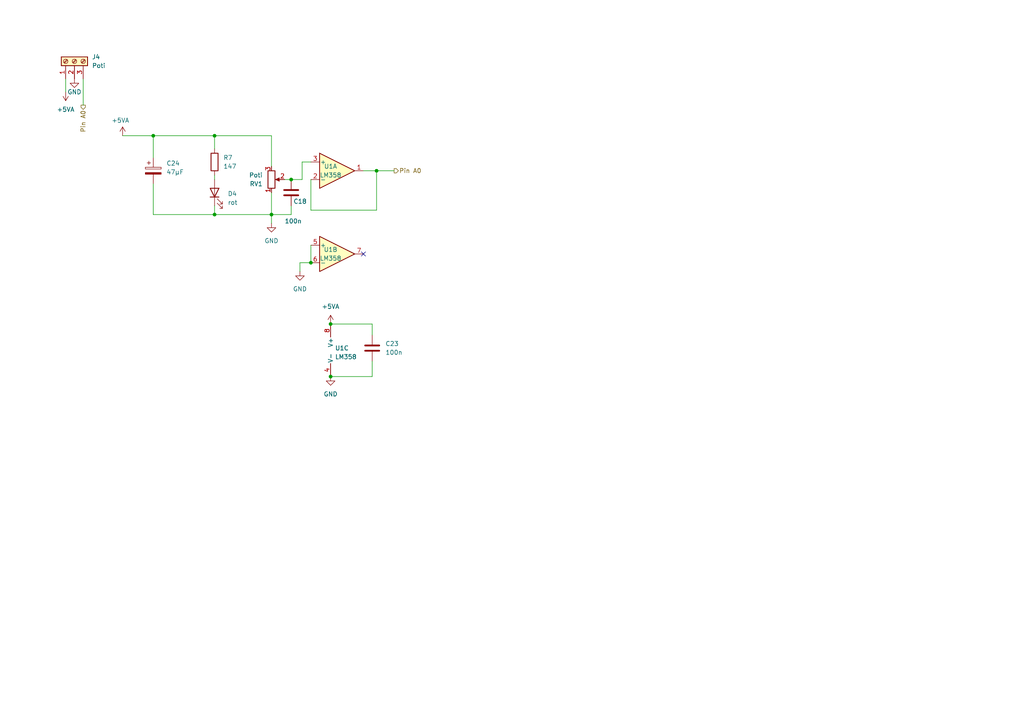
<source format=kicad_sch>
(kicad_sch (version 20230121) (generator eeschema)

  (uuid caa80b50-4970-43d8-bb5c-6d4903f02714)

  (paper "A4")

  (lib_symbols
    (symbol "Amplifier_Operational:LM358" (pin_names (offset 0.127)) (in_bom yes) (on_board yes)
      (property "Reference" "U" (at 0 5.08 0)
        (effects (font (size 1.27 1.27)) (justify left))
      )
      (property "Value" "LM358" (at 0 -5.08 0)
        (effects (font (size 1.27 1.27)) (justify left))
      )
      (property "Footprint" "" (at 0 0 0)
        (effects (font (size 1.27 1.27)) hide)
      )
      (property "Datasheet" "http://www.ti.com/lit/ds/symlink/lm2904-n.pdf" (at 0 0 0)
        (effects (font (size 1.27 1.27)) hide)
      )
      (property "ki_locked" "" (at 0 0 0)
        (effects (font (size 1.27 1.27)))
      )
      (property "ki_keywords" "dual opamp" (at 0 0 0)
        (effects (font (size 1.27 1.27)) hide)
      )
      (property "ki_description" "Low-Power, Dual Operational Amplifiers, DIP-8/SOIC-8/TO-99-8" (at 0 0 0)
        (effects (font (size 1.27 1.27)) hide)
      )
      (property "ki_fp_filters" "SOIC*3.9x4.9mm*P1.27mm* DIP*W7.62mm* TO*99* OnSemi*Micro8* TSSOP*3x3mm*P0.65mm* TSSOP*4.4x3mm*P0.65mm* MSOP*3x3mm*P0.65mm* SSOP*3.9x4.9mm*P0.635mm* LFCSP*2x2mm*P0.5mm* *SIP* SOIC*5.3x6.2mm*P1.27mm*" (at 0 0 0)
        (effects (font (size 1.27 1.27)) hide)
      )
      (symbol "LM358_1_1"
        (polyline
          (pts
            (xy -5.08 5.08)
            (xy 5.08 0)
            (xy -5.08 -5.08)
            (xy -5.08 5.08)
          )
          (stroke (width 0.254) (type default))
          (fill (type background))
        )
        (pin output line (at 7.62 0 180) (length 2.54)
          (name "~" (effects (font (size 1.27 1.27))))
          (number "1" (effects (font (size 1.27 1.27))))
        )
        (pin input line (at -7.62 -2.54 0) (length 2.54)
          (name "-" (effects (font (size 1.27 1.27))))
          (number "2" (effects (font (size 1.27 1.27))))
        )
        (pin input line (at -7.62 2.54 0) (length 2.54)
          (name "+" (effects (font (size 1.27 1.27))))
          (number "3" (effects (font (size 1.27 1.27))))
        )
      )
      (symbol "LM358_2_1"
        (polyline
          (pts
            (xy -5.08 5.08)
            (xy 5.08 0)
            (xy -5.08 -5.08)
            (xy -5.08 5.08)
          )
          (stroke (width 0.254) (type default))
          (fill (type background))
        )
        (pin input line (at -7.62 2.54 0) (length 2.54)
          (name "+" (effects (font (size 1.27 1.27))))
          (number "5" (effects (font (size 1.27 1.27))))
        )
        (pin input line (at -7.62 -2.54 0) (length 2.54)
          (name "-" (effects (font (size 1.27 1.27))))
          (number "6" (effects (font (size 1.27 1.27))))
        )
        (pin output line (at 7.62 0 180) (length 2.54)
          (name "~" (effects (font (size 1.27 1.27))))
          (number "7" (effects (font (size 1.27 1.27))))
        )
      )
      (symbol "LM358_3_1"
        (pin power_in line (at -2.54 -7.62 90) (length 3.81)
          (name "V-" (effects (font (size 1.27 1.27))))
          (number "4" (effects (font (size 1.27 1.27))))
        )
        (pin power_in line (at -2.54 7.62 270) (length 3.81)
          (name "V+" (effects (font (size 1.27 1.27))))
          (number "8" (effects (font (size 1.27 1.27))))
        )
      )
    )
    (symbol "Connector:Screw_Terminal_01x03" (pin_names (offset 1.016) hide) (in_bom yes) (on_board yes)
      (property "Reference" "J" (at 0 5.08 0)
        (effects (font (size 1.27 1.27)))
      )
      (property "Value" "Screw_Terminal_01x03" (at 0 -5.08 0)
        (effects (font (size 1.27 1.27)))
      )
      (property "Footprint" "" (at 0 0 0)
        (effects (font (size 1.27 1.27)) hide)
      )
      (property "Datasheet" "~" (at 0 0 0)
        (effects (font (size 1.27 1.27)) hide)
      )
      (property "ki_keywords" "screw terminal" (at 0 0 0)
        (effects (font (size 1.27 1.27)) hide)
      )
      (property "ki_description" "Generic screw terminal, single row, 01x03, script generated (kicad-library-utils/schlib/autogen/connector/)" (at 0 0 0)
        (effects (font (size 1.27 1.27)) hide)
      )
      (property "ki_fp_filters" "TerminalBlock*:*" (at 0 0 0)
        (effects (font (size 1.27 1.27)) hide)
      )
      (symbol "Screw_Terminal_01x03_1_1"
        (rectangle (start -1.27 3.81) (end 1.27 -3.81)
          (stroke (width 0.254) (type default))
          (fill (type background))
        )
        (circle (center 0 -2.54) (radius 0.635)
          (stroke (width 0.1524) (type default))
          (fill (type none))
        )
        (polyline
          (pts
            (xy -0.5334 -2.2098)
            (xy 0.3302 -3.048)
          )
          (stroke (width 0.1524) (type default))
          (fill (type none))
        )
        (polyline
          (pts
            (xy -0.5334 0.3302)
            (xy 0.3302 -0.508)
          )
          (stroke (width 0.1524) (type default))
          (fill (type none))
        )
        (polyline
          (pts
            (xy -0.5334 2.8702)
            (xy 0.3302 2.032)
          )
          (stroke (width 0.1524) (type default))
          (fill (type none))
        )
        (polyline
          (pts
            (xy -0.3556 -2.032)
            (xy 0.508 -2.8702)
          )
          (stroke (width 0.1524) (type default))
          (fill (type none))
        )
        (polyline
          (pts
            (xy -0.3556 0.508)
            (xy 0.508 -0.3302)
          )
          (stroke (width 0.1524) (type default))
          (fill (type none))
        )
        (polyline
          (pts
            (xy -0.3556 3.048)
            (xy 0.508 2.2098)
          )
          (stroke (width 0.1524) (type default))
          (fill (type none))
        )
        (circle (center 0 0) (radius 0.635)
          (stroke (width 0.1524) (type default))
          (fill (type none))
        )
        (circle (center 0 2.54) (radius 0.635)
          (stroke (width 0.1524) (type default))
          (fill (type none))
        )
        (pin passive line (at -5.08 2.54 0) (length 3.81)
          (name "Pin_1" (effects (font (size 1.27 1.27))))
          (number "1" (effects (font (size 1.27 1.27))))
        )
        (pin passive line (at -5.08 0 0) (length 3.81)
          (name "Pin_2" (effects (font (size 1.27 1.27))))
          (number "2" (effects (font (size 1.27 1.27))))
        )
        (pin passive line (at -5.08 -2.54 0) (length 3.81)
          (name "Pin_3" (effects (font (size 1.27 1.27))))
          (number "3" (effects (font (size 1.27 1.27))))
        )
      )
    )
    (symbol "Device:C" (pin_numbers hide) (pin_names (offset 0.254)) (in_bom yes) (on_board yes)
      (property "Reference" "C" (at 0.635 2.54 0)
        (effects (font (size 1.27 1.27)) (justify left))
      )
      (property "Value" "C" (at 0.635 -2.54 0)
        (effects (font (size 1.27 1.27)) (justify left))
      )
      (property "Footprint" "" (at 0.9652 -3.81 0)
        (effects (font (size 1.27 1.27)) hide)
      )
      (property "Datasheet" "~" (at 0 0 0)
        (effects (font (size 1.27 1.27)) hide)
      )
      (property "ki_keywords" "cap capacitor" (at 0 0 0)
        (effects (font (size 1.27 1.27)) hide)
      )
      (property "ki_description" "Unpolarized capacitor" (at 0 0 0)
        (effects (font (size 1.27 1.27)) hide)
      )
      (property "ki_fp_filters" "C_*" (at 0 0 0)
        (effects (font (size 1.27 1.27)) hide)
      )
      (symbol "C_0_1"
        (polyline
          (pts
            (xy -2.032 -0.762)
            (xy 2.032 -0.762)
          )
          (stroke (width 0.508) (type default))
          (fill (type none))
        )
        (polyline
          (pts
            (xy -2.032 0.762)
            (xy 2.032 0.762)
          )
          (stroke (width 0.508) (type default))
          (fill (type none))
        )
      )
      (symbol "C_1_1"
        (pin passive line (at 0 3.81 270) (length 2.794)
          (name "~" (effects (font (size 1.27 1.27))))
          (number "1" (effects (font (size 1.27 1.27))))
        )
        (pin passive line (at 0 -3.81 90) (length 2.794)
          (name "~" (effects (font (size 1.27 1.27))))
          (number "2" (effects (font (size 1.27 1.27))))
        )
      )
    )
    (symbol "Device:C_Polarized" (pin_numbers hide) (pin_names (offset 0.254)) (in_bom yes) (on_board yes)
      (property "Reference" "C" (at 0.635 2.54 0)
        (effects (font (size 1.27 1.27)) (justify left))
      )
      (property "Value" "C_Polarized" (at 0.635 -2.54 0)
        (effects (font (size 1.27 1.27)) (justify left))
      )
      (property "Footprint" "" (at 0.9652 -3.81 0)
        (effects (font (size 1.27 1.27)) hide)
      )
      (property "Datasheet" "~" (at 0 0 0)
        (effects (font (size 1.27 1.27)) hide)
      )
      (property "ki_keywords" "cap capacitor" (at 0 0 0)
        (effects (font (size 1.27 1.27)) hide)
      )
      (property "ki_description" "Polarized capacitor" (at 0 0 0)
        (effects (font (size 1.27 1.27)) hide)
      )
      (property "ki_fp_filters" "CP_*" (at 0 0 0)
        (effects (font (size 1.27 1.27)) hide)
      )
      (symbol "C_Polarized_0_1"
        (rectangle (start -2.286 0.508) (end 2.286 1.016)
          (stroke (width 0) (type default))
          (fill (type none))
        )
        (polyline
          (pts
            (xy -1.778 2.286)
            (xy -0.762 2.286)
          )
          (stroke (width 0) (type default))
          (fill (type none))
        )
        (polyline
          (pts
            (xy -1.27 2.794)
            (xy -1.27 1.778)
          )
          (stroke (width 0) (type default))
          (fill (type none))
        )
        (rectangle (start 2.286 -0.508) (end -2.286 -1.016)
          (stroke (width 0) (type default))
          (fill (type outline))
        )
      )
      (symbol "C_Polarized_1_1"
        (pin passive line (at 0 3.81 270) (length 2.794)
          (name "~" (effects (font (size 1.27 1.27))))
          (number "1" (effects (font (size 1.27 1.27))))
        )
        (pin passive line (at 0 -3.81 90) (length 2.794)
          (name "~" (effects (font (size 1.27 1.27))))
          (number "2" (effects (font (size 1.27 1.27))))
        )
      )
    )
    (symbol "Device:LED" (pin_numbers hide) (pin_names (offset 1.016) hide) (in_bom yes) (on_board yes)
      (property "Reference" "D" (at 0 2.54 0)
        (effects (font (size 1.27 1.27)))
      )
      (property "Value" "LED" (at 0 -2.54 0)
        (effects (font (size 1.27 1.27)))
      )
      (property "Footprint" "" (at 0 0 0)
        (effects (font (size 1.27 1.27)) hide)
      )
      (property "Datasheet" "~" (at 0 0 0)
        (effects (font (size 1.27 1.27)) hide)
      )
      (property "ki_keywords" "LED diode" (at 0 0 0)
        (effects (font (size 1.27 1.27)) hide)
      )
      (property "ki_description" "Light emitting diode" (at 0 0 0)
        (effects (font (size 1.27 1.27)) hide)
      )
      (property "ki_fp_filters" "LED* LED_SMD:* LED_THT:*" (at 0 0 0)
        (effects (font (size 1.27 1.27)) hide)
      )
      (symbol "LED_0_1"
        (polyline
          (pts
            (xy -1.27 -1.27)
            (xy -1.27 1.27)
          )
          (stroke (width 0.254) (type default))
          (fill (type none))
        )
        (polyline
          (pts
            (xy -1.27 0)
            (xy 1.27 0)
          )
          (stroke (width 0) (type default))
          (fill (type none))
        )
        (polyline
          (pts
            (xy 1.27 -1.27)
            (xy 1.27 1.27)
            (xy -1.27 0)
            (xy 1.27 -1.27)
          )
          (stroke (width 0.254) (type default))
          (fill (type none))
        )
        (polyline
          (pts
            (xy -3.048 -0.762)
            (xy -4.572 -2.286)
            (xy -3.81 -2.286)
            (xy -4.572 -2.286)
            (xy -4.572 -1.524)
          )
          (stroke (width 0) (type default))
          (fill (type none))
        )
        (polyline
          (pts
            (xy -1.778 -0.762)
            (xy -3.302 -2.286)
            (xy -2.54 -2.286)
            (xy -3.302 -2.286)
            (xy -3.302 -1.524)
          )
          (stroke (width 0) (type default))
          (fill (type none))
        )
      )
      (symbol "LED_1_1"
        (pin passive line (at -3.81 0 0) (length 2.54)
          (name "K" (effects (font (size 1.27 1.27))))
          (number "1" (effects (font (size 1.27 1.27))))
        )
        (pin passive line (at 3.81 0 180) (length 2.54)
          (name "A" (effects (font (size 1.27 1.27))))
          (number "2" (effects (font (size 1.27 1.27))))
        )
      )
    )
    (symbol "Device:R" (pin_numbers hide) (pin_names (offset 0)) (in_bom yes) (on_board yes)
      (property "Reference" "R" (at 2.032 0 90)
        (effects (font (size 1.27 1.27)))
      )
      (property "Value" "R" (at 0 0 90)
        (effects (font (size 1.27 1.27)))
      )
      (property "Footprint" "" (at -1.778 0 90)
        (effects (font (size 1.27 1.27)) hide)
      )
      (property "Datasheet" "~" (at 0 0 0)
        (effects (font (size 1.27 1.27)) hide)
      )
      (property "ki_keywords" "R res resistor" (at 0 0 0)
        (effects (font (size 1.27 1.27)) hide)
      )
      (property "ki_description" "Resistor" (at 0 0 0)
        (effects (font (size 1.27 1.27)) hide)
      )
      (property "ki_fp_filters" "R_*" (at 0 0 0)
        (effects (font (size 1.27 1.27)) hide)
      )
      (symbol "R_0_1"
        (rectangle (start -1.016 -2.54) (end 1.016 2.54)
          (stroke (width 0.254) (type default))
          (fill (type none))
        )
      )
      (symbol "R_1_1"
        (pin passive line (at 0 3.81 270) (length 1.27)
          (name "~" (effects (font (size 1.27 1.27))))
          (number "1" (effects (font (size 1.27 1.27))))
        )
        (pin passive line (at 0 -3.81 90) (length 1.27)
          (name "~" (effects (font (size 1.27 1.27))))
          (number "2" (effects (font (size 1.27 1.27))))
        )
      )
    )
    (symbol "Device:R_Potentiometer" (pin_names (offset 1.016) hide) (in_bom yes) (on_board yes)
      (property "Reference" "RV" (at -4.445 0 90)
        (effects (font (size 1.27 1.27)))
      )
      (property "Value" "R_Potentiometer" (at -2.54 0 90)
        (effects (font (size 1.27 1.27)))
      )
      (property "Footprint" "" (at 0 0 0)
        (effects (font (size 1.27 1.27)) hide)
      )
      (property "Datasheet" "~" (at 0 0 0)
        (effects (font (size 1.27 1.27)) hide)
      )
      (property "ki_keywords" "resistor variable" (at 0 0 0)
        (effects (font (size 1.27 1.27)) hide)
      )
      (property "ki_description" "Potentiometer" (at 0 0 0)
        (effects (font (size 1.27 1.27)) hide)
      )
      (property "ki_fp_filters" "Potentiometer*" (at 0 0 0)
        (effects (font (size 1.27 1.27)) hide)
      )
      (symbol "R_Potentiometer_0_1"
        (polyline
          (pts
            (xy 2.54 0)
            (xy 1.524 0)
          )
          (stroke (width 0) (type default))
          (fill (type none))
        )
        (polyline
          (pts
            (xy 1.143 0)
            (xy 2.286 0.508)
            (xy 2.286 -0.508)
            (xy 1.143 0)
          )
          (stroke (width 0) (type default))
          (fill (type outline))
        )
        (rectangle (start 1.016 2.54) (end -1.016 -2.54)
          (stroke (width 0.254) (type default))
          (fill (type none))
        )
      )
      (symbol "R_Potentiometer_1_1"
        (pin passive line (at 0 3.81 270) (length 1.27)
          (name "1" (effects (font (size 1.27 1.27))))
          (number "1" (effects (font (size 1.27 1.27))))
        )
        (pin passive line (at 3.81 0 180) (length 1.27)
          (name "2" (effects (font (size 1.27 1.27))))
          (number "2" (effects (font (size 1.27 1.27))))
        )
        (pin passive line (at 0 -3.81 90) (length 1.27)
          (name "3" (effects (font (size 1.27 1.27))))
          (number "3" (effects (font (size 1.27 1.27))))
        )
      )
    )
    (symbol "power:+5VA" (power) (pin_names (offset 0)) (in_bom yes) (on_board yes)
      (property "Reference" "#PWR" (at 0 -3.81 0)
        (effects (font (size 1.27 1.27)) hide)
      )
      (property "Value" "+5VA" (at 0 3.556 0)
        (effects (font (size 1.27 1.27)))
      )
      (property "Footprint" "" (at 0 0 0)
        (effects (font (size 1.27 1.27)) hide)
      )
      (property "Datasheet" "" (at 0 0 0)
        (effects (font (size 1.27 1.27)) hide)
      )
      (property "ki_keywords" "global power" (at 0 0 0)
        (effects (font (size 1.27 1.27)) hide)
      )
      (property "ki_description" "Power symbol creates a global label with name \"+5VA\"" (at 0 0 0)
        (effects (font (size 1.27 1.27)) hide)
      )
      (symbol "+5VA_0_1"
        (polyline
          (pts
            (xy -0.762 1.27)
            (xy 0 2.54)
          )
          (stroke (width 0) (type default))
          (fill (type none))
        )
        (polyline
          (pts
            (xy 0 0)
            (xy 0 2.54)
          )
          (stroke (width 0) (type default))
          (fill (type none))
        )
        (polyline
          (pts
            (xy 0 2.54)
            (xy 0.762 1.27)
          )
          (stroke (width 0) (type default))
          (fill (type none))
        )
      )
      (symbol "+5VA_1_1"
        (pin power_in line (at 0 0 90) (length 0) hide
          (name "+5VA" (effects (font (size 1.27 1.27))))
          (number "1" (effects (font (size 1.27 1.27))))
        )
      )
    )
    (symbol "power:GND" (power) (pin_names (offset 0)) (in_bom yes) (on_board yes)
      (property "Reference" "#PWR" (at 0 -6.35 0)
        (effects (font (size 1.27 1.27)) hide)
      )
      (property "Value" "GND" (at 0 -3.81 0)
        (effects (font (size 1.27 1.27)))
      )
      (property "Footprint" "" (at 0 0 0)
        (effects (font (size 1.27 1.27)) hide)
      )
      (property "Datasheet" "" (at 0 0 0)
        (effects (font (size 1.27 1.27)) hide)
      )
      (property "ki_keywords" "global power" (at 0 0 0)
        (effects (font (size 1.27 1.27)) hide)
      )
      (property "ki_description" "Power symbol creates a global label with name \"GND\" , ground" (at 0 0 0)
        (effects (font (size 1.27 1.27)) hide)
      )
      (symbol "GND_0_1"
        (polyline
          (pts
            (xy 0 0)
            (xy 0 -1.27)
            (xy 1.27 -1.27)
            (xy 0 -2.54)
            (xy -1.27 -1.27)
            (xy 0 -1.27)
          )
          (stroke (width 0) (type default))
          (fill (type none))
        )
      )
      (symbol "GND_1_1"
        (pin power_in line (at 0 0 270) (length 0) hide
          (name "GND" (effects (font (size 1.27 1.27))))
          (number "1" (effects (font (size 1.27 1.27))))
        )
      )
    )
  )

  (junction (at 95.885 93.98) (diameter 0) (color 0 0 0 0)
    (uuid 0349305c-b945-4ea3-bdfd-9671578e2cd0)
  )
  (junction (at 78.74 62.23) (diameter 0) (color 0 0 0 0)
    (uuid 04bddfee-f62b-4fb5-aecd-1d8e72cfb9a7)
  )
  (junction (at 90.17 76.2) (diameter 0) (color 0 0 0 0)
    (uuid 2e20aabd-0677-42a7-86d9-ea8a4324c625)
  )
  (junction (at 109.22 49.53) (diameter 0) (color 0 0 0 0)
    (uuid 3f64dd2d-5da4-41f9-927e-037fabbadaf4)
  )
  (junction (at 44.45 39.37) (diameter 0) (color 0 0 0 0)
    (uuid 4ad277f9-dab0-46d4-a51c-e371d517159f)
  )
  (junction (at 84.455 52.07) (diameter 0) (color 0 0 0 0)
    (uuid c7a9a64f-db41-497a-afa1-5e4b695c8393)
  )
  (junction (at 62.23 39.37) (diameter 0) (color 0 0 0 0)
    (uuid cb75c5c6-e17a-4547-bf71-3a843295b0c8)
  )
  (junction (at 95.885 109.22) (diameter 0) (color 0 0 0 0)
    (uuid dd9de001-df83-492e-8f15-26b0aae352ce)
  )
  (junction (at 62.23 62.23) (diameter 0) (color 0 0 0 0)
    (uuid f105dc2e-ce7b-4fd7-9d5b-335ecbc9a2d8)
  )

  (no_connect (at 105.41 73.66) (uuid 2936f454-84b7-4f6e-ac33-ed604f16aca3))

  (wire (pts (xy 90.17 52.07) (xy 90.17 60.96))
    (stroke (width 0) (type default))
    (uuid 088336a1-1c88-4b39-9be4-16bce18d870f)
  )
  (wire (pts (xy 82.55 52.07) (xy 84.455 52.07))
    (stroke (width 0) (type default))
    (uuid 13222df6-17cd-40cb-b157-00adb827b636)
  )
  (wire (pts (xy 109.22 49.53) (xy 114.3 49.53))
    (stroke (width 0) (type default))
    (uuid 15498b5d-5f08-4d4e-b98b-e57dcc6163cd)
  )
  (wire (pts (xy 95.885 93.98) (xy 107.95 93.98))
    (stroke (width 0) (type default))
    (uuid 17a446ae-1048-43a1-a42f-c4ab891a603d)
  )
  (wire (pts (xy 107.95 104.775) (xy 107.95 109.22))
    (stroke (width 0) (type default))
    (uuid 1f29a73c-f129-42f3-bf1a-1603c13a6b0a)
  )
  (wire (pts (xy 19.05 26.67) (xy 19.05 22.86))
    (stroke (width 0) (type default))
    (uuid 2286d63f-179f-49cd-91c0-7557c3f1cfba)
  )
  (wire (pts (xy 86.995 76.2) (xy 90.17 76.2))
    (stroke (width 0) (type default))
    (uuid 299719b2-a8cc-495d-a14f-15005ce3e532)
  )
  (wire (pts (xy 78.74 39.37) (xy 78.74 48.26))
    (stroke (width 0) (type default))
    (uuid 36fb880c-69c8-46d6-8c02-6e8b82d10ed0)
  )
  (wire (pts (xy 44.45 53.34) (xy 44.45 62.23))
    (stroke (width 0) (type default))
    (uuid 3721c7d5-4bd6-4423-820d-6dd337e8424f)
  )
  (wire (pts (xy 62.23 50.8) (xy 62.23 52.07))
    (stroke (width 0) (type default))
    (uuid 3f998309-172d-4182-9747-2d41d21b3079)
  )
  (wire (pts (xy 109.22 49.53) (xy 105.41 49.53))
    (stroke (width 0) (type default))
    (uuid 41339c64-4ee9-42b9-b419-c251d56cd357)
  )
  (wire (pts (xy 107.95 93.98) (xy 107.95 97.155))
    (stroke (width 0) (type default))
    (uuid 444859c3-acae-48a0-b3db-e67526cd34b7)
  )
  (wire (pts (xy 90.17 71.12) (xy 90.17 76.2))
    (stroke (width 0) (type default))
    (uuid 4b7b9ea5-fa74-4133-826e-f6be870eb319)
  )
  (wire (pts (xy 90.17 60.96) (xy 109.22 60.96))
    (stroke (width 0) (type default))
    (uuid 4becaf7f-15a2-4373-9d62-9a2590e0a2bd)
  )
  (wire (pts (xy 84.455 62.23) (xy 84.455 59.69))
    (stroke (width 0) (type default))
    (uuid 58eded91-ae2d-4ade-b853-bd2ed3efab41)
  )
  (wire (pts (xy 109.22 60.96) (xy 109.22 49.53))
    (stroke (width 0) (type default))
    (uuid 60faddbc-5392-42de-b990-99722dc78d25)
  )
  (wire (pts (xy 87.63 52.07) (xy 87.63 46.99))
    (stroke (width 0) (type default))
    (uuid 63bdd051-26bb-4f00-a872-4d8f25137aaf)
  )
  (wire (pts (xy 44.45 39.37) (xy 62.23 39.37))
    (stroke (width 0) (type default))
    (uuid 66f03d0c-90ab-41bd-9e66-cd4b21fc9898)
  )
  (wire (pts (xy 78.74 62.23) (xy 84.455 62.23))
    (stroke (width 0) (type default))
    (uuid 66fff791-c09e-4283-bdd9-dde3c5206db7)
  )
  (wire (pts (xy 86.995 78.74) (xy 86.995 76.2))
    (stroke (width 0) (type default))
    (uuid 6a4b0ee6-cb56-4321-a5d1-e525e144e0f9)
  )
  (wire (pts (xy 62.23 59.69) (xy 62.23 62.23))
    (stroke (width 0) (type default))
    (uuid 8bf5b4bc-7483-4ef4-83e6-a377f8e618c9)
  )
  (wire (pts (xy 87.63 46.99) (xy 90.17 46.99))
    (stroke (width 0) (type default))
    (uuid 904fe40c-4942-471e-b5dc-7d26e35bcb00)
  )
  (wire (pts (xy 107.95 109.22) (xy 95.885 109.22))
    (stroke (width 0) (type default))
    (uuid 98cb6f11-e5c3-4d20-b5ce-3759d1d384b1)
  )
  (wire (pts (xy 44.45 39.37) (xy 44.45 45.72))
    (stroke (width 0) (type default))
    (uuid b01d2079-62db-4f0e-8856-79d0605b6e2b)
  )
  (wire (pts (xy 62.23 62.23) (xy 78.74 62.23))
    (stroke (width 0) (type default))
    (uuid ba83bf60-d35c-44ee-b673-b6e418e94b85)
  )
  (wire (pts (xy 78.74 62.23) (xy 78.74 64.77))
    (stroke (width 0) (type default))
    (uuid bb93b067-ecfb-49eb-b992-291709a9521b)
  )
  (wire (pts (xy 24.13 30.48) (xy 24.13 22.86))
    (stroke (width 0) (type default))
    (uuid d285cd59-c384-4aba-b7d2-6d3ffd9659b5)
  )
  (wire (pts (xy 35.56 39.37) (xy 44.45 39.37))
    (stroke (width 0) (type default))
    (uuid deb9b032-e5a9-45f6-9264-5d0524a471bf)
  )
  (wire (pts (xy 78.74 55.88) (xy 78.74 62.23))
    (stroke (width 0) (type default))
    (uuid e3a65292-733c-4e63-b5c1-094f0fbec6af)
  )
  (wire (pts (xy 84.455 52.07) (xy 87.63 52.07))
    (stroke (width 0) (type default))
    (uuid e4bd2f8c-c02c-42e8-9ce0-4db621f85894)
  )
  (wire (pts (xy 62.23 39.37) (xy 62.23 43.18))
    (stroke (width 0) (type default))
    (uuid e85199da-cb56-4009-8444-cfadb2e10937)
  )
  (wire (pts (xy 62.23 39.37) (xy 78.74 39.37))
    (stroke (width 0) (type default))
    (uuid f26e489c-631c-4629-8f40-f4588ba72251)
  )
  (wire (pts (xy 44.45 62.23) (xy 62.23 62.23))
    (stroke (width 0) (type default))
    (uuid fb2db87c-9751-4c04-b70e-861ab92be389)
  )

  (hierarchical_label "Pin A0" (shape output) (at 114.3 49.53 0) (fields_autoplaced)
    (effects (font (size 1.27 1.27)) (justify left))
    (uuid 2638e83d-fc37-44c9-854d-64333e25b228)
  )
  (hierarchical_label "Pin A0" (shape output) (at 24.13 30.48 270) (fields_autoplaced)
    (effects (font (size 1.27 1.27)) (justify right))
    (uuid 635c814a-a2d2-4a28-8af5-62cd2287d47a)
  )

  (symbol (lib_id "Connector:Screw_Terminal_01x03") (at 21.59 17.78 90) (unit 1)
    (in_bom yes) (on_board yes) (dnp no) (fields_autoplaced)
    (uuid 2bd85d97-9b57-4d35-b698-c49017e32eb6)
    (property "Reference" "J4" (at 26.67 16.51 90)
      (effects (font (size 1.27 1.27)) (justify right))
    )
    (property "Value" "Poti" (at 26.67 19.05 90)
      (effects (font (size 1.27 1.27)) (justify right))
    )
    (property "Footprint" "Connector_Phoenix_MC:PhoenixContact_MCV_1,5_3-G-3.81_1x03_P3.81mm_Vertical" (at 21.59 17.78 0)
      (effects (font (size 1.27 1.27)) hide)
    )
    (property "Datasheet" "~" (at 21.59 17.78 0)
      (effects (font (size 1.27 1.27)) hide)
    )
    (pin "1" (uuid 1439d70b-2838-43da-a3fd-62a0d27b8c0d))
    (pin "2" (uuid 68a965c1-3df3-4ef3-b3e2-f82ea3e78f9b))
    (pin "3" (uuid 38d2b2d2-f43a-4a12-aeb3-68f1789f2db8))
    (instances
      (project "PCB_PowerElectronics"
        (path "/5874b411-765e-4023-b822-259f32758ced/57cfb31d-ebfc-45c2-8ecc-4904095d9e2a"
          (reference "J4") (unit 1)
        )
      )
    )
  )

  (symbol (lib_id "Device:C_Polarized") (at 44.45 49.53 0) (unit 1)
    (in_bom yes) (on_board yes) (dnp no) (fields_autoplaced)
    (uuid 4b051692-fd12-4670-b4a8-6d05db4d41f2)
    (property "Reference" "C24" (at 48.26 47.371 0)
      (effects (font (size 1.27 1.27)) (justify left))
    )
    (property "Value" "47µF" (at 48.26 49.911 0)
      (effects (font (size 1.27 1.27)) (justify left))
    )
    (property "Footprint" "Capacitor_THT:CP_Radial_D8.0mm_P3.50mm" (at 45.4152 53.34 0)
      (effects (font (size 1.27 1.27)) hide)
    )
    (property "Datasheet" "https://www.mouser.de/ProductDetail/Wurth-Elektronik/870585774003?qs=9vOqFld9vZXunGHplVxduQ%3D%3D" (at 44.45 49.53 0)
      (effects (font (size 1.27 1.27)) hide)
    )
    (pin "1" (uuid 3bb9d126-d4a9-426c-a63c-f6e410253bc0))
    (pin "2" (uuid e8b72366-9583-4b88-8bb5-d50c511fc2bd))
    (instances
      (project "PCB_PowerElectronics"
        (path "/5874b411-765e-4023-b822-259f32758ced/57cfb31d-ebfc-45c2-8ecc-4904095d9e2a"
          (reference "C24") (unit 1)
        )
      )
    )
  )

  (symbol (lib_id "power:GND") (at 95.885 109.22 0) (unit 1)
    (in_bom yes) (on_board yes) (dnp no) (fields_autoplaced)
    (uuid 5322d25d-ab15-4c5e-9942-f13350264c38)
    (property "Reference" "#PWR030" (at 95.885 115.57 0)
      (effects (font (size 1.27 1.27)) hide)
    )
    (property "Value" "GND" (at 95.885 114.3 0)
      (effects (font (size 1.27 1.27)))
    )
    (property "Footprint" "" (at 95.885 109.22 0)
      (effects (font (size 1.27 1.27)) hide)
    )
    (property "Datasheet" "" (at 95.885 109.22 0)
      (effects (font (size 1.27 1.27)) hide)
    )
    (pin "1" (uuid 73e4b9cc-eee5-4b8a-a41a-864c3b69613c))
    (instances
      (project "PCB_PowerElectronics"
        (path "/5874b411-765e-4023-b822-259f32758ced/57cfb31d-ebfc-45c2-8ecc-4904095d9e2a"
          (reference "#PWR030") (unit 1)
        )
      )
    )
  )

  (symbol (lib_id "Device:R") (at 62.23 46.99 0) (unit 1)
    (in_bom yes) (on_board yes) (dnp no) (fields_autoplaced)
    (uuid 83e0afa1-e77d-45c3-84f8-e14dfdbd1cda)
    (property "Reference" "R7" (at 64.77 45.72 0)
      (effects (font (size 1.27 1.27)) (justify left))
    )
    (property "Value" "147" (at 64.77 48.26 0)
      (effects (font (size 1.27 1.27)) (justify left))
    )
    (property "Footprint" "Resistor_SMD:R_1206_3216Metric_Pad1.30x1.75mm_HandSolder" (at 60.452 46.99 90)
      (effects (font (size 1.27 1.27)) hide)
    )
    (property "Datasheet" "~" (at 62.23 46.99 0)
      (effects (font (size 1.27 1.27)) hide)
    )
    (pin "1" (uuid cb5891e7-6649-4bc4-88b5-93f58792c6a0))
    (pin "2" (uuid d86f9eb7-1c3e-4093-b424-c2b48ac1f206))
    (instances
      (project "PCB_PowerElectronics"
        (path "/5874b411-765e-4023-b822-259f32758ced/57cfb31d-ebfc-45c2-8ecc-4904095d9e2a"
          (reference "R7") (unit 1)
        )
      )
    )
  )

  (symbol (lib_id "power:GND") (at 21.59 22.86 0) (unit 1)
    (in_bom yes) (on_board yes) (dnp no)
    (uuid 848dc37e-78a8-4eab-b2af-c239ad3ec30b)
    (property "Reference" "#PWR08" (at 21.59 29.21 0)
      (effects (font (size 1.27 1.27)) hide)
    )
    (property "Value" "GND" (at 21.59 26.67 0)
      (effects (font (size 1.27 1.27)))
    )
    (property "Footprint" "" (at 21.59 22.86 0)
      (effects (font (size 1.27 1.27)) hide)
    )
    (property "Datasheet" "" (at 21.59 22.86 0)
      (effects (font (size 1.27 1.27)) hide)
    )
    (pin "1" (uuid f22b4479-afaa-4462-b115-3755901bab43))
    (instances
      (project "PCB_PowerElectronics"
        (path "/5874b411-765e-4023-b822-259f32758ced/57cfb31d-ebfc-45c2-8ecc-4904095d9e2a"
          (reference "#PWR08") (unit 1)
        )
      )
    )
  )

  (symbol (lib_id "Device:C") (at 107.95 100.965 0) (unit 1)
    (in_bom yes) (on_board yes) (dnp no) (fields_autoplaced)
    (uuid 89ed7b25-8159-4cbb-95a5-bf7703d2fffe)
    (property "Reference" "C23" (at 111.76 99.695 0)
      (effects (font (size 1.27 1.27)) (justify left))
    )
    (property "Value" "100n" (at 111.76 102.235 0)
      (effects (font (size 1.27 1.27)) (justify left))
    )
    (property "Footprint" "Capacitor_SMD:C_1206_3216Metric_Pad1.33x1.80mm_HandSolder" (at 108.9152 104.775 0)
      (effects (font (size 1.27 1.27)) hide)
    )
    (property "Datasheet" "~" (at 107.95 100.965 0)
      (effects (font (size 1.27 1.27)) hide)
    )
    (pin "1" (uuid 034d3ef8-2082-41d4-a406-8cfeeb9e7fa7))
    (pin "2" (uuid 1a8fd7c6-c531-4bf0-a583-a258ccb56ae3))
    (instances
      (project "PCB_PowerElectronics"
        (path "/5874b411-765e-4023-b822-259f32758ced/57cfb31d-ebfc-45c2-8ecc-4904095d9e2a"
          (reference "C23") (unit 1)
        )
      )
    )
  )

  (symbol (lib_id "Amplifier_Operational:LM358") (at 98.425 101.6 0) (unit 3)
    (in_bom yes) (on_board yes) (dnp no) (fields_autoplaced)
    (uuid 8e83f4d4-2ce9-44f4-83a9-7ce70f2bd8b1)
    (property "Reference" "U1" (at 97.155 100.965 0)
      (effects (font (size 1.27 1.27)) (justify left))
    )
    (property "Value" "LM358" (at 97.155 103.505 0)
      (effects (font (size 1.27 1.27)) (justify left))
    )
    (property "Footprint" "Package_DIP:DIP-8_W7.62mm" (at 98.425 101.6 0)
      (effects (font (size 1.27 1.27)) hide)
    )
    (property "Datasheet" "http://www.ti.com/lit/ds/symlink/lm2904-n.pdf" (at 98.425 101.6 0)
      (effects (font (size 1.27 1.27)) hide)
    )
    (pin "1" (uuid 76d5e384-832d-473f-92ff-6b4766abe17f))
    (pin "2" (uuid eab131a5-88d9-40b8-afaf-72e69954de9a))
    (pin "3" (uuid f4271498-993a-42bd-ba0a-e690cffc49c9))
    (pin "5" (uuid 84153946-b316-4f2b-bdd8-e3353be64544))
    (pin "6" (uuid 6015df53-f102-4f3e-be14-d793311927c8))
    (pin "7" (uuid bf852baf-0424-40d2-a817-3490a07ba46d))
    (pin "4" (uuid e312e666-fa4d-4ca3-b1e7-70d74ab1b4a5))
    (pin "8" (uuid 50e0f039-00dd-4b79-afa8-0215b17f024e))
    (instances
      (project "PCB_PowerElectronics"
        (path "/5874b411-765e-4023-b822-259f32758ced/57cfb31d-ebfc-45c2-8ecc-4904095d9e2a"
          (reference "U1") (unit 3)
        )
      )
    )
  )

  (symbol (lib_id "power:GND") (at 78.74 64.77 0) (unit 1)
    (in_bom yes) (on_board yes) (dnp no) (fields_autoplaced)
    (uuid 93cd9423-962a-4858-934a-7e9b1bec562d)
    (property "Reference" "#PWR014" (at 78.74 71.12 0)
      (effects (font (size 1.27 1.27)) hide)
    )
    (property "Value" "GND" (at 78.74 69.85 0)
      (effects (font (size 1.27 1.27)))
    )
    (property "Footprint" "" (at 78.74 64.77 0)
      (effects (font (size 1.27 1.27)) hide)
    )
    (property "Datasheet" "" (at 78.74 64.77 0)
      (effects (font (size 1.27 1.27)) hide)
    )
    (pin "1" (uuid c3237cb0-1004-4e6d-a8ed-fa79e9648f38))
    (instances
      (project "PCB_PowerElectronics"
        (path "/5874b411-765e-4023-b822-259f32758ced/57cfb31d-ebfc-45c2-8ecc-4904095d9e2a"
          (reference "#PWR014") (unit 1)
        )
      )
    )
  )

  (symbol (lib_id "power:+5VA") (at 95.885 93.98 0) (unit 1)
    (in_bom yes) (on_board yes) (dnp no) (fields_autoplaced)
    (uuid 941a92ec-4aeb-4265-afd5-686dd73681fd)
    (property "Reference" "#PWR033" (at 95.885 97.79 0)
      (effects (font (size 1.27 1.27)) hide)
    )
    (property "Value" "+5VA" (at 95.885 88.9 0)
      (effects (font (size 1.27 1.27)))
    )
    (property "Footprint" "" (at 95.885 93.98 0)
      (effects (font (size 1.27 1.27)) hide)
    )
    (property "Datasheet" "" (at 95.885 93.98 0)
      (effects (font (size 1.27 1.27)) hide)
    )
    (pin "1" (uuid 57d050ad-7866-4adb-8c49-eac328e618a7))
    (instances
      (project "PCB_PowerElectronics"
        (path "/5874b411-765e-4023-b822-259f32758ced/57cfb31d-ebfc-45c2-8ecc-4904095d9e2a"
          (reference "#PWR033") (unit 1)
        )
      )
    )
  )

  (symbol (lib_id "Amplifier_Operational:LM358") (at 97.79 49.53 0) (unit 1)
    (in_bom yes) (on_board yes) (dnp no)
    (uuid a7855b7d-d20e-43fc-b029-7fd6f37a568d)
    (property "Reference" "U1" (at 95.885 48.26 0)
      (effects (font (size 1.27 1.27)))
    )
    (property "Value" "LM358" (at 95.885 50.8 0)
      (effects (font (size 1.27 1.27)))
    )
    (property "Footprint" "Package_DIP:DIP-8_W7.62mm" (at 97.79 49.53 0)
      (effects (font (size 1.27 1.27)) hide)
    )
    (property "Datasheet" "http://www.ti.com/lit/ds/symlink/lm2904-n.pdf" (at 97.79 49.53 0)
      (effects (font (size 1.27 1.27)) hide)
    )
    (pin "1" (uuid 366604d0-95e9-4eec-b7cc-a171a4cf7e13))
    (pin "2" (uuid 16665680-61d5-46c0-864a-1306fd1c7725))
    (pin "3" (uuid f9c11488-2d91-4a69-8a96-d04d124b9580))
    (pin "5" (uuid d6da8b24-a7fd-4350-b43a-02c20b9a3eca))
    (pin "6" (uuid 0c0f7fb1-eb46-4128-a587-672bfc863907))
    (pin "7" (uuid 5e666fbf-65b7-4054-b98c-c9a0e69f801a))
    (pin "4" (uuid 8e16091c-39a4-4af0-a6b0-b9fd6048dd20))
    (pin "8" (uuid f9b29bd4-9e60-4ed1-b7ff-4eb89bb8f41f))
    (instances
      (project "PCB_PowerElectronics"
        (path "/5874b411-765e-4023-b822-259f32758ced/57cfb31d-ebfc-45c2-8ecc-4904095d9e2a"
          (reference "U1") (unit 1)
        )
      )
    )
  )

  (symbol (lib_id "Device:R_Potentiometer") (at 78.74 52.07 0) (mirror x) (unit 1)
    (in_bom yes) (on_board yes) (dnp no)
    (uuid bfb9bfc7-52b5-4469-b99b-f22d30838d7b)
    (property "Reference" "RV1" (at 76.2 53.34 0)
      (effects (font (size 1.27 1.27)) (justify right))
    )
    (property "Value" "Poti" (at 76.2 50.8 0)
      (effects (font (size 1.27 1.27)) (justify right))
    )
    (property "Footprint" "Potentiometer_THT:Potentiometer_Bourns_PTA6043_Single_Slide" (at 78.74 52.07 0)
      (effects (font (size 1.27 1.27)) hide)
    )
    (property "Datasheet" "https://de.rs-online.com/web/p/potentiometer/7377795" (at 78.74 52.07 0)
      (effects (font (size 1.27 1.27)) hide)
    )
    (pin "1" (uuid 3eb05d44-b1b2-4240-afef-c48323c2b773))
    (pin "2" (uuid 7247a357-2cd6-4c5a-a0dc-7038e49f32cf))
    (pin "3" (uuid 99e669e0-7672-4eb4-aede-f86dcdcca883))
    (instances
      (project "PCB_PowerElectronics"
        (path "/5874b411-765e-4023-b822-259f32758ced/57cfb31d-ebfc-45c2-8ecc-4904095d9e2a"
          (reference "RV1") (unit 1)
        )
      )
    )
  )

  (symbol (lib_id "Device:LED") (at 62.23 55.88 90) (unit 1)
    (in_bom yes) (on_board yes) (dnp no) (fields_autoplaced)
    (uuid cc4e5ce4-6b21-4a9e-b999-ebe2d8855bb6)
    (property "Reference" "D4" (at 66.04 56.1975 90)
      (effects (font (size 1.27 1.27)) (justify right))
    )
    (property "Value" "rot" (at 66.04 58.7375 90)
      (effects (font (size 1.27 1.27)) (justify right))
    )
    (property "Footprint" "LED_THT:LED_D3.0mm" (at 62.23 55.88 0)
      (effects (font (size 1.27 1.27)) hide)
    )
    (property "Datasheet" "~" (at 62.23 55.88 0)
      (effects (font (size 1.27 1.27)) hide)
    )
    (pin "1" (uuid b3def120-bfae-4a63-ab19-cead2b689f40))
    (pin "2" (uuid 9db87c11-3f2e-45ff-a0f4-b187c5a17c82))
    (instances
      (project "PCB_PowerElectronics"
        (path "/5874b411-765e-4023-b822-259f32758ced/57cfb31d-ebfc-45c2-8ecc-4904095d9e2a"
          (reference "D4") (unit 1)
        )
      )
    )
  )

  (symbol (lib_id "Amplifier_Operational:LM358") (at 97.79 73.66 0) (unit 2)
    (in_bom yes) (on_board yes) (dnp no)
    (uuid d228c220-be64-45ee-9154-2f6d20334e49)
    (property "Reference" "U1" (at 95.885 72.39 0)
      (effects (font (size 1.27 1.27)))
    )
    (property "Value" "LM358" (at 95.885 74.93 0)
      (effects (font (size 1.27 1.27)))
    )
    (property "Footprint" "Package_DIP:DIP-8_W7.62mm" (at 97.79 73.66 0)
      (effects (font (size 1.27 1.27)) hide)
    )
    (property "Datasheet" "http://www.ti.com/lit/ds/symlink/lm2904-n.pdf" (at 97.79 73.66 0)
      (effects (font (size 1.27 1.27)) hide)
    )
    (pin "1" (uuid 47b32a1d-01f9-4799-a33e-d30ae66f52a6))
    (pin "2" (uuid 76e81328-ab2d-4312-b970-c3cfa4b1ef31))
    (pin "3" (uuid 73d3a907-f27d-436f-bf94-1d23b97281c1))
    (pin "5" (uuid 60188f33-bb61-47ad-8005-6718fa73e6a8))
    (pin "6" (uuid 20c1aca9-7aaa-42e8-ab93-bc49d13c5b1b))
    (pin "7" (uuid 7298bb87-9da2-4f1f-8f22-2424bbdf640e))
    (pin "4" (uuid a3a223d7-450b-4eb8-9468-49b9a3c4a019))
    (pin "8" (uuid d1be3a54-b531-4897-a7d3-40b1f34764fa))
    (instances
      (project "PCB_PowerElectronics"
        (path "/5874b411-765e-4023-b822-259f32758ced/57cfb31d-ebfc-45c2-8ecc-4904095d9e2a"
          (reference "U1") (unit 2)
        )
      )
    )
  )

  (symbol (lib_id "Device:C") (at 84.455 55.88 0) (unit 1)
    (in_bom yes) (on_board yes) (dnp no)
    (uuid d8bdad69-fda3-4e1b-9247-7726f3c2fb75)
    (property "Reference" "C18" (at 85.09 58.42 0)
      (effects (font (size 1.27 1.27)) (justify left))
    )
    (property "Value" "100n" (at 82.55 64.135 0)
      (effects (font (size 1.27 1.27)) (justify left))
    )
    (property "Footprint" "Capacitor_SMD:C_1206_3216Metric_Pad1.33x1.80mm_HandSolder" (at 85.4202 59.69 0)
      (effects (font (size 1.27 1.27)) hide)
    )
    (property "Datasheet" "~" (at 84.455 55.88 0)
      (effects (font (size 1.27 1.27)) hide)
    )
    (pin "1" (uuid 0da6c8b1-01f0-4577-853f-5496536e7bcc))
    (pin "2" (uuid cdac9f11-e90e-45dd-a91d-5b54a616ad90))
    (instances
      (project "PCB_PowerElectronics"
        (path "/5874b411-765e-4023-b822-259f32758ced/57cfb31d-ebfc-45c2-8ecc-4904095d9e2a"
          (reference "C18") (unit 1)
        )
      )
    )
  )

  (symbol (lib_id "power:GND") (at 86.995 78.74 0) (unit 1)
    (in_bom yes) (on_board yes) (dnp no) (fields_autoplaced)
    (uuid e4f7311f-1a83-45ea-ad88-5d19810531ae)
    (property "Reference" "#PWR037" (at 86.995 85.09 0)
      (effects (font (size 1.27 1.27)) hide)
    )
    (property "Value" "GND" (at 86.995 83.82 0)
      (effects (font (size 1.27 1.27)))
    )
    (property "Footprint" "" (at 86.995 78.74 0)
      (effects (font (size 1.27 1.27)) hide)
    )
    (property "Datasheet" "" (at 86.995 78.74 0)
      (effects (font (size 1.27 1.27)) hide)
    )
    (pin "1" (uuid 3bed7220-586f-4d7a-aad9-855785969157))
    (instances
      (project "PCB_PowerElectronics"
        (path "/5874b411-765e-4023-b822-259f32758ced/57cfb31d-ebfc-45c2-8ecc-4904095d9e2a"
          (reference "#PWR037") (unit 1)
        )
      )
    )
  )

  (symbol (lib_id "power:+5VA") (at 35.56 39.37 0) (unit 1)
    (in_bom yes) (on_board yes) (dnp no)
    (uuid eae06429-f2c2-4b25-b4bf-c5a996ea6d49)
    (property "Reference" "#PWR034" (at 35.56 43.18 0)
      (effects (font (size 1.27 1.27)) hide)
    )
    (property "Value" "+5VA" (at 34.925 34.925 0)
      (effects (font (size 1.27 1.27)))
    )
    (property "Footprint" "" (at 35.56 39.37 0)
      (effects (font (size 1.27 1.27)) hide)
    )
    (property "Datasheet" "" (at 35.56 39.37 0)
      (effects (font (size 1.27 1.27)) hide)
    )
    (pin "1" (uuid c9457fb2-0aca-4ab3-93fa-1b694f75f68f))
    (instances
      (project "PCB_PowerElectronics"
        (path "/5874b411-765e-4023-b822-259f32758ced/57cfb31d-ebfc-45c2-8ecc-4904095d9e2a"
          (reference "#PWR034") (unit 1)
        )
      )
    )
  )

  (symbol (lib_id "power:+5VA") (at 19.05 26.67 180) (unit 1)
    (in_bom yes) (on_board yes) (dnp no) (fields_autoplaced)
    (uuid f4a512f0-c4f8-4d51-9697-720a5d835d6a)
    (property "Reference" "#PWR027" (at 19.05 22.86 0)
      (effects (font (size 1.27 1.27)) hide)
    )
    (property "Value" "+5VA" (at 19.05 31.75 0)
      (effects (font (size 1.27 1.27)))
    )
    (property "Footprint" "" (at 19.05 26.67 0)
      (effects (font (size 1.27 1.27)) hide)
    )
    (property "Datasheet" "" (at 19.05 26.67 0)
      (effects (font (size 1.27 1.27)) hide)
    )
    (pin "1" (uuid 9ac38293-4f6d-4af7-9d2b-a90b1e92f997))
    (instances
      (project "PCB_PowerElectronics"
        (path "/5874b411-765e-4023-b822-259f32758ced/57cfb31d-ebfc-45c2-8ecc-4904095d9e2a"
          (reference "#PWR027") (unit 1)
        )
      )
    )
  )
)

</source>
